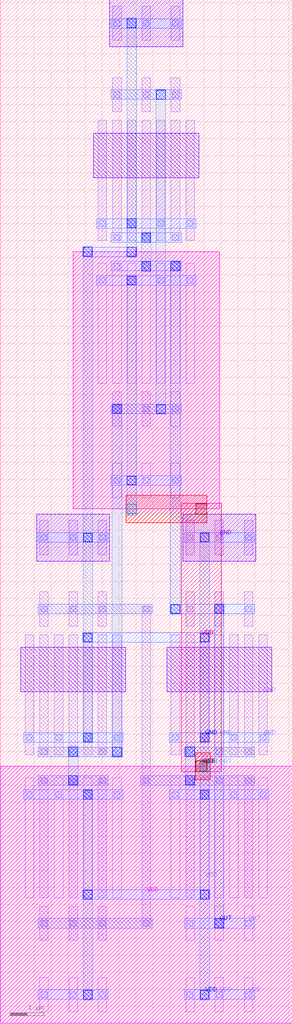
<source format=lef>
VERSION 5.7 ;

  DIVIDERCHAR "/" ;
  BUSBITCHARS "[]" ;
MACRO RINGOSC
  CLASS BLOCK ;
  FOREIGN RINGOSC ;
  ORIGIN 0.000 0.000 ;
  SIZE 8.600 BY 30.090 ;
  PIN VDD
    ANTENNADIFFAREA 5.147100 ;
    PORT
      LAYER nwell ;
        RECT 2.150 15.120 6.450 22.680 ;
        RECT 0.000 0.000 8.600 7.560 ;
      LAYER li1 ;
        RECT 2.885 18.815 3.135 22.345 ;
        RECT 3.745 18.815 3.995 22.345 ;
        RECT 4.605 18.815 4.855 22.345 ;
        RECT 5.465 18.815 5.715 22.345 ;
        RECT 3.315 15.455 3.565 16.465 ;
        RECT 4.175 15.455 4.425 16.465 ;
        RECT 5.035 15.455 5.285 16.465 ;
        RECT 0.735 3.695 0.985 7.225 ;
        RECT 1.595 3.695 1.845 7.225 ;
        RECT 2.455 3.695 2.705 7.225 ;
        RECT 3.315 3.695 3.565 7.225 ;
        RECT 5.035 3.695 5.285 7.225 ;
        RECT 5.895 3.695 6.145 7.225 ;
        RECT 6.755 3.695 7.005 7.225 ;
        RECT 7.615 3.695 7.865 7.225 ;
        RECT 1.165 0.335 1.415 1.345 ;
        RECT 2.025 0.335 2.275 1.345 ;
        RECT 2.885 0.335 3.135 1.345 ;
        RECT 5.465 0.335 5.715 1.345 ;
        RECT 6.325 0.335 6.575 1.345 ;
        RECT 7.185 0.335 7.435 1.345 ;
      LAYER mcon ;
        RECT 2.925 21.755 3.095 21.925 ;
        RECT 3.785 21.755 3.955 21.925 ;
        RECT 4.645 21.755 4.815 21.925 ;
        RECT 5.505 21.755 5.675 21.925 ;
        RECT 3.355 15.875 3.525 16.045 ;
        RECT 4.215 15.875 4.385 16.045 ;
        RECT 5.075 15.875 5.245 16.045 ;
        RECT 0.775 6.635 0.945 6.805 ;
        RECT 1.635 6.635 1.805 6.805 ;
        RECT 2.495 6.635 2.665 6.805 ;
        RECT 3.355 6.635 3.525 6.805 ;
        RECT 5.075 6.635 5.245 6.805 ;
        RECT 5.935 6.635 6.105 6.805 ;
        RECT 6.795 6.635 6.965 6.805 ;
        RECT 7.655 6.635 7.825 6.805 ;
        RECT 1.205 0.755 1.375 0.925 ;
        RECT 2.065 0.755 2.235 0.925 ;
        RECT 2.925 0.755 3.095 0.925 ;
        RECT 5.505 0.755 5.675 0.925 ;
        RECT 6.365 0.755 6.535 0.925 ;
        RECT 7.225 0.755 7.395 0.925 ;
      LAYER met1 ;
        RECT 2.840 21.700 5.760 21.980 ;
        RECT 3.270 15.820 5.330 16.100 ;
        RECT 0.690 6.580 3.610 6.860 ;
        RECT 4.990 6.580 7.910 6.860 ;
        RECT 2.420 3.640 6.180 3.920 ;
        RECT 1.120 0.700 3.180 0.980 ;
        RECT 5.420 0.700 7.480 0.980 ;
      LAYER via ;
        RECT 3.740 21.710 4.000 21.970 ;
        RECT 3.740 15.830 4.000 16.090 ;
        RECT 2.450 6.590 2.710 6.850 ;
        RECT 5.890 6.590 6.150 6.850 ;
        RECT 2.450 3.650 2.710 3.910 ;
        RECT 5.890 3.650 6.150 3.910 ;
        RECT 2.450 0.710 2.710 0.970 ;
        RECT 5.890 0.710 6.150 0.970 ;
      LAYER met2 ;
        RECT 3.730 14.935 4.010 22.000 ;
        RECT 2.440 0.680 2.720 6.880 ;
        RECT 5.880 0.680 6.160 7.745 ;
      LAYER via2 ;
        RECT 3.730 14.980 4.010 15.260 ;
        RECT 5.880 7.420 6.160 7.700 ;
      LAYER met3 ;
        RECT 3.705 14.720 6.085 15.520 ;
        RECT 5.755 7.160 6.185 7.960 ;
      LAYER via3 ;
        RECT 5.760 14.960 6.080 15.280 ;
        RECT 5.760 7.400 6.080 7.720 ;
      LAYER met4 ;
        RECT 5.330 7.395 6.510 15.285 ;
    END
  END VDD
  PIN OUT
    ANTENNAGATEAREA 1.890000 ;
    ANTENNADIFFAREA 1.764000 ;
    PORT
      LAYER li1 ;
        RECT 3.315 23.015 3.565 26.545 ;
        RECT 4.175 23.015 4.425 26.545 ;
        RECT 5.035 23.015 5.285 26.545 ;
        RECT 3.315 18.815 3.565 22.345 ;
        RECT 4.175 18.815 4.425 22.345 ;
        RECT 5.035 18.815 5.285 22.345 ;
        RECT 5.465 11.675 5.715 12.685 ;
        RECT 6.325 11.675 6.575 12.685 ;
        RECT 7.185 11.675 7.435 12.685 ;
        RECT 5.465 2.435 5.715 3.445 ;
        RECT 6.325 2.435 6.575 3.445 ;
        RECT 7.185 2.435 7.435 3.445 ;
      LAYER mcon ;
        RECT 3.355 23.015 3.525 23.185 ;
        RECT 4.215 23.015 4.385 23.185 ;
        RECT 5.075 23.015 5.245 23.185 ;
        RECT 3.355 22.175 3.525 22.345 ;
        RECT 4.215 22.175 4.385 22.345 ;
        RECT 5.075 22.175 5.245 22.345 ;
        RECT 5.505 12.095 5.675 12.265 ;
        RECT 6.365 12.095 6.535 12.265 ;
        RECT 7.225 12.095 7.395 12.265 ;
        RECT 5.505 2.855 5.675 3.025 ;
        RECT 6.365 2.855 6.535 3.025 ;
        RECT 7.225 2.855 7.395 3.025 ;
      LAYER met1 ;
        RECT 3.270 22.960 5.330 23.240 ;
        RECT 3.270 22.120 5.330 22.400 ;
        RECT 5.000 12.040 7.480 12.320 ;
        RECT 5.420 2.800 7.480 3.080 ;
      LAYER via ;
        RECT 4.170 22.970 4.430 23.230 ;
        RECT 4.170 22.130 4.430 22.390 ;
        RECT 5.030 22.130 5.290 22.390 ;
        RECT 5.030 12.050 5.290 12.310 ;
        RECT 6.320 12.050 6.580 12.310 ;
        RECT 6.320 2.810 6.580 3.070 ;
      LAYER met2 ;
        RECT 4.160 22.100 4.440 23.260 ;
        RECT 5.020 12.020 5.300 22.420 ;
        RECT 6.310 2.780 6.590 12.340 ;
    END
  END OUT
  PIN GND
    ANTENNADIFFAREA 5.147100 ;
    PORT
      LAYER pwell ;
        RECT 3.225 28.710 5.375 30.090 ;
        RECT 1.075 13.590 3.225 14.970 ;
        RECT 5.375 13.590 7.525 14.970 ;
      LAYER li1 ;
        RECT 3.315 28.895 3.565 29.905 ;
        RECT 4.175 28.895 4.425 29.905 ;
        RECT 5.035 28.895 5.285 29.905 ;
        RECT 2.885 23.015 3.135 26.545 ;
        RECT 3.745 23.015 3.995 26.545 ;
        RECT 4.605 23.015 4.855 26.545 ;
        RECT 5.465 23.015 5.715 26.545 ;
        RECT 1.165 13.775 1.415 14.785 ;
        RECT 2.025 13.775 2.275 14.785 ;
        RECT 2.885 13.775 3.135 14.785 ;
        RECT 5.465 13.775 5.715 14.785 ;
        RECT 6.325 13.775 6.575 14.785 ;
        RECT 7.185 13.775 7.435 14.785 ;
        RECT 0.735 7.895 0.985 11.425 ;
        RECT 1.595 7.895 1.845 11.425 ;
        RECT 2.455 7.895 2.705 11.425 ;
        RECT 3.315 7.895 3.565 11.425 ;
        RECT 5.035 7.895 5.285 11.425 ;
        RECT 5.895 7.895 6.145 11.425 ;
        RECT 6.755 7.895 7.005 11.425 ;
        RECT 7.615 7.895 7.865 11.425 ;
      LAYER mcon ;
        RECT 3.355 29.315 3.525 29.485 ;
        RECT 4.215 29.315 4.385 29.485 ;
        RECT 5.075 29.315 5.245 29.485 ;
        RECT 2.925 23.435 3.095 23.605 ;
        RECT 3.785 23.435 3.955 23.605 ;
        RECT 4.645 23.435 4.815 23.605 ;
        RECT 5.505 23.435 5.675 23.605 ;
        RECT 1.205 14.195 1.375 14.365 ;
        RECT 2.065 14.195 2.235 14.365 ;
        RECT 2.925 14.195 3.095 14.365 ;
        RECT 5.505 14.195 5.675 14.365 ;
        RECT 6.365 14.195 6.535 14.365 ;
        RECT 7.225 14.195 7.395 14.365 ;
        RECT 0.775 8.315 0.945 8.485 ;
        RECT 1.635 8.315 1.805 8.485 ;
        RECT 2.495 8.315 2.665 8.485 ;
        RECT 3.355 8.315 3.525 8.485 ;
        RECT 5.075 8.315 5.245 8.485 ;
        RECT 5.935 8.315 6.105 8.485 ;
        RECT 6.795 8.315 6.965 8.485 ;
        RECT 7.655 8.315 7.825 8.485 ;
      LAYER met1 ;
        RECT 3.270 29.260 5.330 29.540 ;
        RECT 2.840 23.380 5.760 23.660 ;
        RECT 2.420 22.540 4.030 22.820 ;
        RECT 1.120 14.140 3.180 14.420 ;
        RECT 5.420 14.140 7.480 14.420 ;
        RECT 2.420 11.200 6.180 11.480 ;
        RECT 0.690 8.260 3.610 8.540 ;
        RECT 4.990 8.260 7.910 8.540 ;
      LAYER via ;
        RECT 3.740 29.270 4.000 29.530 ;
        RECT 3.740 23.390 4.000 23.650 ;
        RECT 2.450 22.550 2.710 22.810 ;
        RECT 3.740 22.550 4.000 22.810 ;
        RECT 2.450 14.150 2.710 14.410 ;
        RECT 5.890 14.150 6.150 14.410 ;
        RECT 2.450 11.210 2.710 11.470 ;
        RECT 5.890 11.210 6.150 11.470 ;
        RECT 2.450 8.270 2.710 8.530 ;
        RECT 5.890 8.270 6.150 8.530 ;
      LAYER met2 ;
        RECT 2.440 8.240 2.720 22.840 ;
        RECT 3.730 22.520 4.010 29.560 ;
        RECT 5.880 8.240 6.160 14.440 ;
    END
  END GND
  OBS
      LAYER pwell ;
        RECT 2.755 24.860 5.845 26.170 ;
        RECT 0.605 9.740 3.695 11.050 ;
        RECT 4.905 9.740 7.995 11.050 ;
      LAYER li1 ;
        RECT 3.315 26.795 3.565 27.805 ;
        RECT 4.175 26.795 4.425 27.805 ;
        RECT 5.035 26.795 5.285 27.805 ;
        RECT 3.315 17.555 3.565 18.565 ;
        RECT 4.175 17.555 4.425 18.565 ;
        RECT 5.035 17.555 5.285 18.565 ;
        RECT 1.165 11.675 1.415 12.685 ;
        RECT 2.025 11.675 2.275 12.685 ;
        RECT 2.885 11.675 3.135 12.685 ;
        RECT 1.165 7.895 1.415 11.425 ;
        RECT 2.025 7.895 2.275 11.425 ;
        RECT 2.885 7.895 3.135 11.425 ;
        RECT 1.165 3.695 1.415 7.225 ;
        RECT 2.025 3.695 2.275 7.225 ;
        RECT 2.885 3.695 3.135 7.225 ;
        RECT 1.165 2.435 1.415 3.445 ;
        RECT 2.025 2.435 2.275 3.445 ;
        RECT 2.885 2.435 3.135 3.445 ;
        RECT 4.175 2.855 4.425 12.265 ;
        RECT 5.465 7.895 5.715 11.425 ;
        RECT 6.325 7.895 6.575 11.425 ;
        RECT 7.185 7.895 7.435 11.425 ;
        RECT 5.465 3.695 5.715 7.225 ;
        RECT 6.325 3.695 6.575 7.225 ;
        RECT 7.185 3.695 7.435 7.225 ;
      LAYER mcon ;
        RECT 3.355 27.215 3.525 27.385 ;
        RECT 4.215 27.215 4.385 27.385 ;
        RECT 5.075 27.215 5.245 27.385 ;
        RECT 3.355 17.975 3.525 18.145 ;
        RECT 4.215 17.975 4.385 18.145 ;
        RECT 5.075 17.975 5.245 18.145 ;
        RECT 1.205 12.095 1.375 12.265 ;
        RECT 2.065 12.095 2.235 12.265 ;
        RECT 2.925 12.095 3.095 12.265 ;
        RECT 4.215 12.095 4.385 12.265 ;
        RECT 1.205 7.895 1.375 8.065 ;
        RECT 2.065 7.895 2.235 8.065 ;
        RECT 2.925 7.895 3.095 8.065 ;
        RECT 5.505 7.895 5.675 8.065 ;
        RECT 6.365 7.895 6.535 8.065 ;
        RECT 7.225 7.895 7.395 8.065 ;
        RECT 1.205 7.055 1.375 7.225 ;
        RECT 2.065 7.055 2.235 7.225 ;
        RECT 2.925 7.055 3.095 7.225 ;
        RECT 4.215 7.055 4.385 7.225 ;
        RECT 1.205 2.855 1.375 3.025 ;
        RECT 2.065 2.855 2.235 3.025 ;
        RECT 2.925 2.855 3.095 3.025 ;
        RECT 5.505 7.055 5.675 7.225 ;
        RECT 6.365 7.055 6.535 7.225 ;
        RECT 7.225 7.055 7.395 7.225 ;
        RECT 4.215 2.855 4.385 3.025 ;
      LAYER met1 ;
        RECT 3.270 27.160 5.330 27.440 ;
        RECT 3.270 17.920 5.330 18.200 ;
        RECT 1.120 12.040 4.470 12.320 ;
        RECT 1.120 7.840 3.600 8.120 ;
        RECT 5.420 7.840 7.480 8.120 ;
        RECT 1.120 7.000 3.180 7.280 ;
        RECT 4.130 7.000 7.480 7.280 ;
        RECT 1.120 2.800 4.470 3.080 ;
      LAYER via ;
        RECT 4.600 27.170 4.860 27.430 ;
        RECT 3.310 17.930 3.570 18.190 ;
        RECT 4.600 17.930 4.860 18.190 ;
        RECT 2.020 7.850 2.280 8.110 ;
        RECT 3.310 7.850 3.570 8.110 ;
        RECT 5.460 7.850 5.720 8.110 ;
        RECT 2.020 7.010 2.280 7.270 ;
        RECT 5.460 7.010 5.720 7.270 ;
      LAYER met2 ;
        RECT 2.010 6.980 2.290 8.140 ;
        RECT 3.300 7.820 3.580 18.220 ;
        RECT 4.590 17.900 4.870 27.460 ;
        RECT 5.450 6.980 5.730 8.140 ;
  END
END RINGOSC
END LIBRARY


</source>
